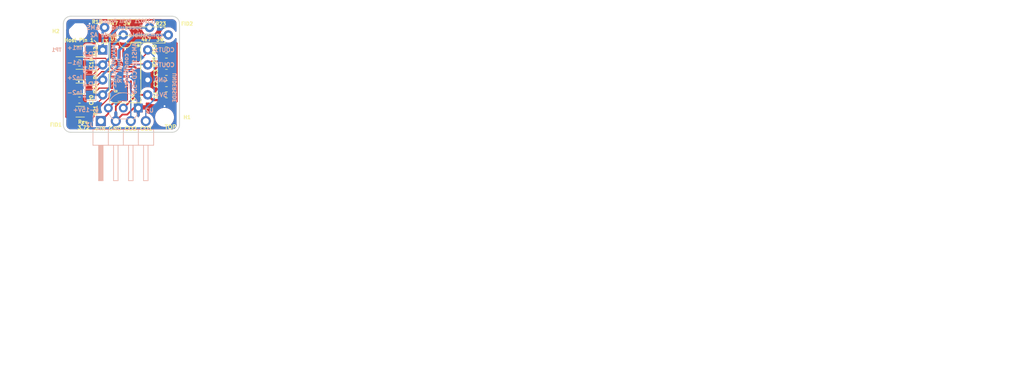
<source format=kicad_pcb>
(kicad_pcb (version 20211014) (generator pcbnew)
  (title_block (title "Dual Variable Reluctance MAX9926 mode A2") (date "2022-08-07") (rev "3.72") (company "(c)2021 Phill Rogers @ TechColab.co.je") (comment 1 "Optional onboard regulator or 5V direct") (comment 2 "Optional power resistors") (comment 3 "Optional edge header for breadboard etc.") (comment 4 "M2 mounting holes") (comment 5 "Input solder pads. Improved ground plane & silks"))
  (layers (0 "F.Cu" signal) (31 "B.Cu" signal) (34 "B.Paste" user) (35 "F.Paste" user) (36 "B.SilkS" user "B.Silkscreen") (37 "F.SilkS" user "F.Silkscreen") (38 "B.Mask" user) (39 "F.Mask" user) (44 "Edge.Cuts" user))
  (net 0 "")
  (net 1 "GND")
  (net 2 "VCC")
  (net 3 "Net-(C10-Pad2)")
  (net 4 "Net-(C10-Pad1)")
  (net 5 "Net-(C20-Pad2)")
  (net 6 "Net-(C20-Pad1)")
  (net 7 "Net-(J3-Pad1)")
  (net 8 "Net-(J3-Pad2)")
  (net 9 "Net-(J3-Pad3)")
  (net 10 "Net-(J3-Pad4)")
  (net 14 "/COUT1")
  (net 15 "/COUT2")
  (net 16 "+12V")
  (footprint "Capacitor_SMD:C_0603_1608Metric" (layer "F.Cu") (at 129.8575 109.855 180)
    (fp_text reference "C1" (at 1.7907 0 90) (layer "F.SilkS") (effects (font (size 0.6 0.6))))
    (fp_text value "10n")
    (fp_line (start -0.162779 0.51) (end 0.162779 0.51) (layer "F.SilkS") (width 0.12))
    (fp_line (start -0.162779 -0.51) (end 0.162779 -0.51) (layer "F.SilkS") (width 0.12))
    (pad "1" smd roundrect locked (at -0.7875 0 180) (size 0.875 0.95) (layers "F.Cu" "F.Paste" "F.Mask") (net 2 "VCC"))
    (pad "2" smd roundrect locked (at 0.7875 0 180) (size 0.875 0.95) (layers "F.Cu" "F.Paste" "F.Mask") (net 1 "GND"))
  )
  (footprint "Capacitor_SMD:C_0603_1608Metric" (layer "F.Cu") (at 129.8575 107.95 180)
    (fp_text reference "C2" (at 1.7907 -0.0508 90) (layer "F.SilkS") (effects (font (size 0.6 0.6))))
    (fp_text value "100n")
    (fp_line (start -0.162779 -0.51) (end 0.162779 -0.51) (layer "F.SilkS") (width 0.12))
    (fp_line (start -0.162779 0.51) (end 0.162779 0.51) (layer "F.SilkS") (width 0.12))
    (pad "1" smd roundrect locked (at -0.7875 0 180) (size 0.875 0.95) (layers "F.Cu" "F.Paste" "F.Mask") (net 2 "VCC"))
    (pad "2" smd roundrect locked (at 0.7875 0 180) (size 0.875 0.95) (layers "F.Cu" "F.Paste" "F.Mask") (net 1 "GND"))
  )
  (footprint "Capacitor_SMD:C_0603_1608Metric" (layer "F.Cu") (at 129.8575 106.045 180)
    (fp_text reference "C3" (at 1.7907 -0.0762 90) (layer "F.SilkS") (effects (font (size 0.6 0.6))))
    (fp_text value "1u")
    (fp_line (start -0.162779 0.51) (end 0.162779 0.51) (layer "F.SilkS") (width 0.12))
    (fp_line (start -0.162779 -0.51) (end 0.162779 -0.51) (layer "F.SilkS") (width 0.12))
    (pad "1" smd roundrect locked (at -0.7875 0 180) (size 0.875 0.95) (layers "F.Cu" "F.Paste" "F.Mask") (net 2 "VCC"))
    (pad "2" smd roundrect locked (at 0.7875 0 180) (size 0.875 0.95) (layers "F.Cu" "F.Paste" "F.Mask") (net 1 "GND"))
  )
  (footprint "Capacitor_SMD:C_0805_2012Metric" (layer "F.Cu") (at 121.92 110.236)
    (fp_text reference "C4" (at 2.286 0.0508 90) (layer "F.SilkS") (effects (font (size 0.6 0.6))))
    (fp_text value "10u")
    (fp_line (start -0.258578 0.71) (end 0.258578 0.71) (layer "F.SilkS") (width 0.12))
    (fp_line (start -0.258578 -0.71) (end 0.258578 -0.71) (layer "F.SilkS") (width 0.12))
    (pad "1" smd roundrect locked (at -0.9375 0) (size 0.975 1.4) (layers "F.Cu" "F.Paste" "F.Mask") (net 16 "+12V"))
    (pad "2" smd roundrect locked (at 0.9375 0) (size 0.975 1.4) (layers "F.Cu" "F.Paste" "F.Mask") (net 1 "GND"))
  )
  (footprint "Capacitor_SMD:C_0603_1608Metric" (layer "F.Cu") (at 115.1255 104.4575)
    (fp_text reference "C10" (at 2.0193 0 90) (layer "F.SilkS") (effects (font (size 0.6 0.6))))
    (fp_text value "1n")
    (fp_line (start -0.162779 0.51) (end 0.162779 0.51) (layer "F.SilkS") (width 0.12))
    (fp_line (start -0.162779 -0.51) (end 0.162779 -0.51) (layer "F.SilkS") (width 0.12))
    (pad "1" smd roundrect locked (at -0.7875 0) (size 0.875 0.95) (layers "F.Cu" "F.Paste" "F.Mask") (net 4 "Net-(C10-Pad1)"))
    (pad "2" smd roundrect locked (at 0.7875 0) (size 0.875 0.95) (layers "F.Cu" "F.Paste" "F.Mask") (net 3 "Net-(C10-Pad2)"))
  )
  (footprint "Capacitor_SMD:C_0603_1608Metric" (layer "F.Cu") (at 115.1255 110.744 180)
    (fp_text reference "C20" (at -2.0193 0 90) (layer "F.SilkS") (effects (font (size 0.6 0.6))))
    (fp_text value "1n")
    (fp_line (start -0.162779 0.51) (end 0.162779 0.51) (layer "F.SilkS") (width 0.12))
    (fp_line (start -0.162779 -0.51) (end 0.162779 -0.51) (layer "F.SilkS") (width 0.12))
    (pad "1" smd roundrect locked (at -0.7875 0 180) (size 0.875 0.95) (layers "F.Cu" "F.Paste" "F.Mask") (net 6 "Net-(C20-Pad1)"))
    (pad "2" smd roundrect locked (at 0.7875 0 180) (size 0.875 0.95) (layers "F.Cu" "F.Paste" "F.Mask") (net 5 "Net-(C20-Pad2)"))
  )
  (footprint "Resistor_SMD:R_1206_3216Metric" (layer "F.Cu") (at 115.2525 108.7755)
    (fp_text reference "R22" (at 2.6035 -0.0127 90) (layer "F.SilkS") (effects (font (size 0.6 0.6))))
    (fp_text value "10k")
    (fp_line (start -0.727064 -0.91) (end 0.727064 -0.91) (layer "F.SilkS") (width 0.12))
    (fp_line (start -0.727064 0.91) (end 0.727064 0.91) (layer "F.SilkS") (width 0.12))
    (pad "1" smd roundrect locked (at -1.4625 0) (size 1.125 1.75) (layers "F.Cu" "F.Paste" "F.Mask") (roundrect_rratio 0.2222222222) (net 5 "Net-(C20-Pad2)"))
    (pad "2" smd roundrect locked (at 1.4625 0) (size 1.125 1.75) (layers "F.Cu" "F.Paste" "F.Mask") (roundrect_rratio 0.2222222222) (net 9 "Net-(J3-Pad3)"))
  )
  (footprint "Resistor_SMD:R_1206_3216Metric" (layer "F.Cu") (at 115.2525 112.7125)
    (fp_text reference "R21" (at 2.6035 -0.1905 90) (layer "F.SilkS") (effects (font (size 0.6 0.6))))
    (fp_text value "10k")
    (fp_line (start -0.727064 0.91) (end 0.727064 0.91) (layer "F.SilkS") (width 0.12))
    (fp_line (start -0.727064 -0.91) (end 0.727064 -0.91) (layer "F.SilkS") (width 0.12))
    (pad "1" smd roundrect locked (at -1.4625 0) (size 1.125 1.75) (layers "F.Cu" "F.Paste" "F.Mask") (roundrect_rratio 0.2222222222) (net 6 "Net-(C20-Pad1)"))
    (pad "2" smd roundrect locked (at 1.4625 0) (size 1.125 1.75) (layers "F.Cu" "F.Paste" "F.Mask") (roundrect_rratio 0.2222222222) (net 10 "Net-(J3-Pad4)"))
  )
  (footprint "Resistor_SMD:R_1206_3216Metric" (layer "F.Cu") (at 115.2525 106.426)
    (fp_text reference "R11" (at 2.6035 -0.0508 90) (layer "F.SilkS") (effects (font (size 0.6 0.6))))
    (fp_text value "10k")
    (fp_line (start -0.727064 -0.91) (end 0.727064 -0.91) (layer "F.SilkS") (width 0.12))
    (fp_line (start -0.727064 0.91) (end 0.727064 0.91) (layer "F.SilkS") (width 0.12))
    (pad "1" smd roundrect locked (at -1.4625 0) (size 1.125 1.75) (layers "F.Cu" "F.Paste" "F.Mask") (roundrect_rratio 0.2222222222) (net 3 "Net-(C10-Pad2)"))
    (pad "2" smd roundrect locked (at 1.4625 0) (size 1.125 1.75) (layers "F.Cu" "F.Paste" "F.Mask") (roundrect_rratio 0.2222222222) (net 8 "Net-(J3-Pad2)"))
  )
  (footprint "Fiducial:Fiducial_0.5mm_Mask1mm" (layer "F.Cu") (at 113.665 114.935)
    (fp_text reference "FID1" (at -2.54 0) (layer "F.SilkS") (effects (font (size 0.6 0.6))))
    (fp_text value "Fiducial")
    (pad "" smd circle locked (at 0 0) (size 0.5 0.5) (layers "F.Cu" "F.Mask") (clearance 0.25))
  )
  (footprint "Fiducial:Fiducial_0.5mm_Mask1mm" (layer "F.Cu") (at 130.81 97.79)
    (fp_text reference "FID2" (at 2.54 0) (layer "F.SilkS") (effects (font (size 0.6 0.6))))
    (fp_text value "Fiducial")
    (pad "" smd circle locked (at 0 0) (size 0.5 0.5) (layers "F.Cu" "F.Mask") (clearance 0.25))
  )
  (footprint "Package_DIP:DIP-8_W7.62mm" (layer "F.Cu") (at 119.0625 102.235)
    (fp_text reference "J3" (at 0.3175 -1.397) (layer "F.SilkS") (effects (font (size 0.7 0.7))))
    (fp_text value "8-pin header")
    (fp_line (start 1.16 -1.33) (end 1.16 8.95) (layer "F.SilkS") (width 0.12))
    (fp_line (start 6.46 -1.33) (end 4.81 -1.33) (layer "F.SilkS") (width 0.12))
    (fp_line (start 6.46 8.95) (end 6.46 -1.33) (layer "F.SilkS") (width 0.12))
    (fp_line (start 2.81 -1.33) (end 1.16 -1.33) (layer "F.SilkS") (width 0.12))
    (fp_line (start 1.16 8.95) (end 6.46 8.95) (layer "F.SilkS") (width 0.12))
    (fp_arc (start 4.81 -1.33) (mid 3.81 -0.33) (end 2.81 -1.33) (layer "F.SilkS") (width 0.12))
    (pad "1" thru_hole rect locked (at 0 0) (size 1.6 1.6) (drill 0.8) (layers *.Cu *.Mask) (net 7 "Net-(J3-Pad1)"))
    (pad "2" thru_hole oval locked (at 0 2.54) (size 1.6 1.6) (drill 0.8) (layers *.Cu *.Mask) (net 8 "Net-(J3-Pad2)"))
    (pad "3" thru_hole oval locked (at 0 5.08) (size 1.6 1.6) (drill 0.8) (layers *.Cu *.Mask) (net 9 "Net-(J3-Pad3)"))
    (pad "4" thru_hole oval locked (at 0 7.62) (size 1.6 1.6) (drill 0.8) (layers *.Cu *.Mask) (net 10 "Net-(J3-Pad4)"))
    (pad "5" thru_hole oval locked (at 7.62 7.62) (size 1.6 1.6) (drill 0.8) (layers *.Cu *.Mask) (net 2 "VCC"))
    (pad "6" thru_hole oval locked (at 7.62 5.08) (size 1.6 1.6) (drill 0.8) (layers *.Cu *.Mask) (net 1 "GND"))
    (pad "7" thru_hole oval locked (at 7.62 2.54) (size 1.6 1.6) (drill 0.8) (layers *.Cu *.Mask) (net 15 "/COUT2"))
    (pad "8" thru_hole oval locked (at 7.62 0) (size 1.6 1.6) (drill 0.8) (layers *.Cu *.Mask) (net 14 "/COUT1"))
  )
  (footprint "Resistor_SMD:R_0603_1608Metric_Pad1.05x0.95mm_HandSolder" (layer "F.Cu") (at 129.8575 102.235 180)
    (fp_text reference "R10" (at 1.9939 0.0762 90) (layer "F.SilkS") (effects (font (size 0.6 0.6))))
    (fp_text value "1k")
    (fp_line (start -0.171267 -0.51) (end 0.171267 -0.51) (layer "F.SilkS") (width 0.12))
    (fp_line (start -0.171267 0.51) (end 0.171267 0.51) (layer "F.SilkS") (width 0.12))
    (pad "1" smd roundrect locked (at -0.875 0 180) (size 1.05 0.95) (layers "F.Cu" "F.Paste" "F.Mask") (net 2 "VCC"))
    (pad "2" smd roundrect locked (at 0.875 0 180) (size 1.05 0.95) (layers "F.Cu" "F.Paste" "F.Mask") (net 14 "/COUT1"))
  )
  (footprint "Resistor_SMD:R_0603_1608Metric_Pad1.05x0.95mm_HandSolder" (layer "F.Cu") (at 129.8575 104.14 180)
    (fp_text reference "R20" (at 1.9939 -0.1524 90) (layer "F.SilkS") (effects (font (size 0.6 0.6))))
    (fp_text value "1k")
    (fp_line (start -0.171267 -0.51) (end 0.171267 -0.51) (layer "F.SilkS") (width 0.12))
    (fp_line (start -0.171267 0.51) (end 0.171267 0.51) (layer "F.SilkS") (width 0.12))
    (pad "1" smd roundrect locked (at -0.875 0 180) (size 1.05 0.95) (layers "F.Cu" "F.Paste" "F.Mask") (net 2 "VCC"))
    (pad "2" smd roundrect locked (at 0.875 0 180) (size 1.05 0.95) (layers "F.Cu" "F.Paste" "F.Mask") (net 15 "/COUT2"))
  )
  (footprint "MAX9926UAEE+:MAX9926UAEE&plus_" (layer "F.Cu") (at 122.8725 105.41 -90)
    (fp_text reference "U1" (at -5.08 1.905 180) (layer "F.SilkS") (effects (font (size 0.6 0.6))))
    (fp_text value "MAX9926UAEE+" (at 0 1.905 90) (layer "B.SilkS") (effects (font (size 0.7 0.7)) (justify mirror)))
    (fp_text user "*" (at -3.9116 -2.5527 90) (layer "F.SilkS"))
    (fp_text user "*" (at -3.9116 -2.5527 90) (layer "F.SilkS"))
    (fp_line (start -1.741055 2.6162) (end 1.741055 2.6162) (layer "F.SilkS") (width 0.1524))
    (fp_line (start 1.741055 -2.6162) (end -1.741055 -2.6162) (layer "F.SilkS") (width 0.1524))
    (fp_line (start 3.702799 1.778) (end 3.702799 1.397) (layer "F.SilkS") (width 0.1524))
    (fp_line (start 3.956799 1.397) (end 3.956799 1.778) (layer "F.SilkS") (width 0.1524))
    (fp_line (start 3.956799 1.778) (end 3.702799 1.778) (layer "F.SilkS") (width 0.1524))
    (fp_line (start 3.702799 1.397) (end 3.956799 1.397) (layer "F.SilkS") (width 0.1524))
    (pad "1" smd rect locked (at -2.721348 -2.2225 270) (size 1.454899 0.3548) (layers "F.Cu" "F.Paste" "F.Mask") (net 1 "GND"))
    (pad "2" smd rect locked (at -2.721348 -1.5875 270) (size 1.454899 0.3548) (layers "F.Cu" "F.Paste" "F.Mask"))
    (pad "3" smd rect locked (at -2.721348 -0.9525 270) (size 1.454899 0.3548) (layers "F.Cu" "F.Paste" "F.Mask") (net 1 "GND"))
    (pad "4" smd rect locked (at -2.721348 -0.3175 270) (size 1.454899 0.3548) (layers "F.Cu" "F.Paste" "F.Mask") (net 14 "/COUT1"))
    (pad "5" smd rect locked (at -2.721348 0.3175 270) (size 1.454899 0.3548) (layers "F.Cu" "F.Paste" "F.Mask") (net 15 "/COUT2"))
    (pad "6" smd rect locked (at -2.721348 0.9525 270) (size 1.454899 0.3548) (layers "F.Cu" "F.Paste" "F.Mask") (net 1 "GND"))
    (pad "7" smd rect locked (at -2.721348 1.5875 270) (size 1.454899 0.3548) (layers "F.Cu" "F.Paste" "F.Mask"))
    (pad "8" smd rect locked (at -2.721348 2.2225 270) (size 1.454899 0.3548) (layers "F.Cu" "F.Paste" "F.Mask") (net 1 "GND"))
    (pad "9" smd rect locked (at 2.721348 2.2225 270) (size 1.454899 0.3548) (layers "F.Cu" "F.Paste" "F.Mask") (net 5 "Net-(C20-Pad2)"))
    (pad "10" smd rect locked (at 2.721348 1.5875 270) (size 1.454899 0.3548) (layers "F.Cu" "F.Paste" "F.Mask") (net 6 "Net-(C20-Pad1)"))
    (pad "11" smd rect locked (at 2.721348 0.9525 270) (size 1.454899 0.3548) (layers "F.Cu" "F.Paste" "F.Mask") (net 1 "GND"))
    (pad "12" smd rect locked (at 2.721348 0.3175 270) (size 1.454899 0.3548) (layers "F.Cu" "F.Paste" "F.Mask"))
    (pad "13" smd rect locked (at 2.721348 -0.3175 270) (size 1.454899 0.3548) (layers "F.Cu" "F.Paste" "F.Mask") (net 1 "GND"))
    (pad "14" smd rect locked (at 2.721348 -0.9525 270) (size 1.454899 0.3548) (layers "F.Cu" "F.Paste" "F.Mask") (net 2 "VCC"))
    (pad "15" smd rect locked (at 2.721348 -1.5875 270) (size 1.454899 0.3548) (layers "F.Cu" "F.Paste" "F.Mask") (net 3 "Net-(C10-Pad2)"))
    (pad "16" smd rect locked (at 2.721348 -2.2225 270) (size 1.454899 0.3548) (layers "F.Cu" "F.Paste" "F.Mask") (net 4 "Net-(C10-Pad1)"))
  )
  (footprint "Resistor_THT:R_Axial_DIN0207_L6.3mm_D2.5mm_P7.62mm_Horizontal" (layer "F.Cu") (at 119.38 98.425)
    (fp_text reference "R13" (at -1.27 -0.950469) (layer "F.SilkS") (effects (font (size 0.6 0.6))))
    (fp_text value "4.7k")
    (fp_line (start 0.54 -1.04) (end 0.54 -1.37) (layer "F.SilkS") (width 0.12))
    (fp_line (start 7.08 -1.37) (end 7.08 -1.04) (layer "F.SilkS") (width 0.12))
    (fp_line (start 0.54 1.37) (end 7.08 1.37) (layer "F.SilkS") (width 0.12))
    (fp_line (start 0.54 1.04) (end 0.54 1.37) (layer "F.SilkS") (width 0.12))
    (fp_line (start 0.54 -1.37) (end 7.08 -1.37) (layer "F.SilkS") (width 0.12))
    (fp_line (start 7.08 1.37) (end 7.08 1.04) (layer "F.SilkS") (width 0.12))
    (pad "1" thru_hole circle locked (at 0 0) (size 1.6 1.6) (drill 0.8) (layers *.Cu *.Mask) (net 7 "Net-(J3-Pad1)"))
    (pad "2" thru_hole oval locked (at 7.62 0) (size 1.6 1.6) (drill 0.8) (layers *.Cu *.Mask) (net 8 "Net-(J3-Pad2)"))
  )
  (footprint "Resistor_THT:R_Axial_DIN0207_L6.3mm_D2.5mm_P7.62mm_Horizontal" (layer "F.Cu") (at 122.555 99.695)
    (fp_text reference "R23" (at 6.35 -1.905) (layer "F.SilkS") (effects (font (size 0.6 0.6))))
    (fp_text value "4.7k")
    (fp_line (start 0.54 -1.37) (end 7.08 -1.37) (layer "F.SilkS") (width 0.12))
    (fp_line (start 0.54 -1.04) (end 0.54 -1.37) (layer "F.SilkS") (width 0.12))
    (fp_line (start 0.54 1.04) (end 0.54 1.37) (layer "F.SilkS") (width 0.12))
    (fp_line (start 7.08 1.37) (end 7.08 1.04) (layer "F.SilkS") (width 0.12))
    (fp_line (start 0.54 1.37) (end 7.08 1.37) (layer "F.SilkS") (width 0.12))
    (fp_line (start 7.08 -1.37) (end 7.08 -1.04) (layer "F.SilkS") (width 0.12))
    (pad "1" thru_hole circle locked (at 0 0) (size 1.6 1.6) (drill 0.8) (layers *.Cu *.Mask) (net 9 "Net-(J3-Pad3)"))
    (pad "2" thru_hole oval locked (at 7.62 0) (size 1.6 1.6) (drill 0.8) (layers *.Cu *.Mask) (net 10 "Net-(J3-Pad4)"))
  )
  (footprint "MountingHole:MountingHole_2.2mm_M2" (layer "F.Cu") (at 129.54 113.665)
    (fp_text reference "H1" (at 3.81 0) (layer "F.SilkS") (effects (font (size 0.6 0.6))))
    (fp_text value "MountingHole")
    (pad "" np_thru_hole circle locked (at 0 0) (size 2.2 2.2) (drill 2.2) (layers *.Cu *.Mask))
  )
  (footprint "MountingHole:MountingHole_2.2mm_M2" (layer "F.Cu") (at 114.935 99.06)
    (fp_text reference "H2" (at -3.81 0) (layer "F.SilkS") (effects (font (size 0.6 0.6))))
    (fp_text value "MountingHole")
    (pad "" np_thru_hole circle locked (at 0 0) (size 2.2 2.2) (drill 2.2) (layers *.Cu *.Mask))
  )
  (footprint "Resistor_SMD:R_1206_3216Metric" (layer "F.Cu") (at 115.2525 102.489)
    (fp_text reference "R12" (at 2.6035 0.0254 90) (layer "F.SilkS") (effects (font (size 0.6 0.6))))
    (fp_text value "10k")
    (fp_line (start -0.727064 0.91) (end 0.727064 0.91) (layer "F.SilkS") (width 0.12))
    (fp_line (start -0.727064 -0.91) (end 0.727064 -0.91) (layer "F.SilkS") (width 0.12))
    (pad "1" smd roundrect locked (at -1.4625 0) (size 1.125 1.75) (layers "F.Cu" "F.Paste" "F.Mask") (roundrect_rratio 0.2222222222) (net 4 "Net-(C10-Pad1)"))
    (pad "2" smd roundrect locked (at 1.4625 0) (size 1.125 1.75) (layers "F.Cu" "F.Paste" "F.Mask") (roundrect_rratio 0.2222222222) (net 7 "Net-(J3-Pad1)"))
  )
  (footprint "Connector_PinHeader_2.54mm:PinHeader_1x04_P2.54mm_Horizontal" (layer "B.Cu") (at 118.745 114.3 -90)
    (fp_text reference "J2" (at 0.635 1.905) (layer "B.SilkS") (effects (font (size 0.7 0.7)) (justify mirror)))
    (fp_text value "Edge")
    (fp_line (start 1.11 -0.38) (end 1.44 -0.38) (layer "B.SilkS") (width 0.12))
    (fp_line (start 10.1 -7.24) (end 10.1 -8) (layer "B.SilkS") (width 0.12))
    (fp_line (start -1.27 0) (end -1.27 1.27) (layer "B.SilkS") (width 0.12))
    (fp_line (start 1.042929 -7.24) (end 1.44 -7.24) (layer "B.SilkS") (width 0.12))
    (fp_line (start 1.44 -6.35) (end 4.1 -6.35) (layer "B.SilkS") (width 0.12))
    (fp_line (start 10.1 -0.38) (end 4.1 -0.38) (layer "B.SilkS") (width 0.12))
    (fp_line (start 10.1 -4.7) (end 10.1 -5.46) (layer "B.SilkS") (width 0.12))
    (fp_line (start 10.1 -2.92) (end 4.1 -2.92) (layer "B.SilkS") (width 0.12))
    (fp_line (start 1.44 -3.81) (end 4.1 -3.81) (layer "B.SilkS") (width 0.12))
    (fp_line (start -1.27 1.27) (end 0 1.27) (layer "B.SilkS") (width 0.12))
    (fp_line (start 1.44 -1.27) (end 4.1 -1.27) (layer "B.SilkS") (width 0.12))
    (fp_line (start 10.1 0.38) (end 10.1 -0.38) (layer "B.SilkS") (width 0.12))
    (fp_line (start 4.1 -8.95) (end 4.1 1.33) (layer "B.SilkS") (width 0.12))
    (fp_line (start 1.042929 -4.7) (end 1.44 -4.7) (layer "B.SilkS") (width 0.12))
    (fp_line (start 4.1 0.08) (end 10.1 0.08) (layer "B.SilkS") (width 0.12))
    (fp_line (start 1.11 0.38) (end 1.44 0.38) (layer "B.SilkS") (width 0.12))
    (fp_line (start 4.1 -0.28) (end 10.1 -0.28) (layer "B.SilkS") (width 0.12))
    (fp_line (start 1.042929 -5.46) (end 1.44 -5.46) (layer "B.SilkS") (width 0.12))
    (fp_line (start 1.042929 -2.16) (end 1.44 -2.16) (layer "B.SilkS") (width 0.12))
    (fp_line (start 1.042929 -8) (end 1.44 -8) (layer "B.SilkS") (width 0.12))
    (fp_line (start 4.1 0.38) (end 10.1 0.38) (layer "B.SilkS") (width 0.12))
    (fp_line (start 4.1 0.32) (end 10.1 0.32) (layer "B.SilkS") (width 0.12))
    (fp_line (start 10.1 -2.16) (end 10.1 -2.92) (layer "B.SilkS") (width 0.12))
    (fp_line (start 1.44 1.33) (end 1.44 -8.95) (layer "B.SilkS") (width 0.12))
    (fp_line (start 4.1 -7.24) (end 10.1 -7.24) (layer "B.SilkS") (width 0.12))
    (fp_line (start 10.1 -8) (end 4.1 -8) (layer "B.SilkS") (width 0.12))
    (fp_line (start 4.1 1.33) (end 1.44 1.33) (layer "B.SilkS") (width 0.12))
    (fp_line (start 4.1 -0.16) (end 10.1 -0.16) (layer "B.SilkS") (width 0.12))
    (fp_line (start 1.042929 -2.92) (end 1.44 -2.92) (layer "B.SilkS") (width 0.12))
    (fp_line (start 4.1 -0.04) (end 10.1 -0.04) (layer "B.SilkS") (width 0.12))
    (fp_line (start 1.44 -8.95) (end 4.1 -8.95) (layer "B.SilkS") (width 0.12))
    (fp_line (start 10.1 -5.46) (end 4.1 -5.46) (layer "B.SilkS") (width 0.12))
    (fp_line (start 4.1 -4.7) (end 10.1 -4.7) (layer "B.SilkS") (width 0.12))
    (fp_line (start 4.1 0.2) (end 10.1 0.2) (layer "B.SilkS") (width 0.12))
    (fp_line (start 4.1 -2.16) (end 10.1 -2.16) (layer "B.SilkS") (width 0.12))
    (pad "1" thru_hole rect locked (at 0 0 270) (size 1.7 1.7) (drill 1) (layers *.Cu *.Mask) (net 16 "+12V"))
    (pad "2" thru_hole oval locked (at 0 -2.54 270) (size 1.7 1.7) (drill 1) (layers *.Cu *.Mask) (net 1 "GND"))
    (pad "3" thru_hole oval locked (at 0 -5.08 270) (size 1.7 1.7) (drill 1) (layers *.Cu *.Mask) (net 15 "/COUT2"))
    (pad "4" thru_hole oval locked (at 0 -7.62 270) (size 1.7 1.7) (drill 1) (layers *.Cu *.Mask) (net 14 "/COUT1"))
  )
  (footprint "Package_TO_SOT_THT:TO-92_Inline_Wide" (layer "B.Cu") (at 125.095 112.095 180)
    (fp_text reference "U2" (at -1.886822 -0.389805) (layer "B.SilkS") (effects (font (size 0.7 0.7)) (justify mirror)))
    (fp_text value "AMS1117CD-5.0")
    (fp_line (start 0.74 -1.85) (end 4.34 -1.85) (layer "B.SilkS") (width 0.12))
    (fp_arc (start 4.8964 1.098807) (mid 3.936979 2.192817) (end 2.54 2.6) (layer "B.SilkS") (width 0.12))
    (fp_arc (start 4.34 -1.85) (mid 4.633903 -1.509328) (end 4.864184 -1.122795) (layer "B.SilkS") (width 0.12))
    (fp_arc (start 2.54 2.6) (mid 1.143021 2.192818) (end 0.1836 1.098807) (layer "B.SilkS") (width 0.12))
    (fp_arc (start 0.215816 -1.122795) (mid 0.446097 -1.509328) (end 0.74 -1.85) (layer "B.SilkS") (width 0.12))
    (pad "1" thru_hole rect locked (at 0 0 90) (size 1.5 1.5) (drill 0.8) (layers *.Cu *.Mask) (net 1 "GND"))
    (pad "2" thru_hole circle locked (at 2.54 0 90) (size 1.5 1.5) (drill 0.8) (layers *.Cu *.Mask) (net 2 "VCC"))
    (pad "3" thru_hole circle locked (at 5.08 0 90) (size 1.5 1.5) (drill 0.8) (layers *.Cu *.Mask) (net 16 "+12V"))
  )
  (footprint "TestPoint:TestPoint_Pad_1.5x1.5mm" (layer "B.Cu") (at 116.967 109.855 180)
    (fp_text reference "TP4" (at 0 1.648) (layer "B.SilkS") (effects (justify mirror)))
    (fp_text value "TP")
    (fp_line (start -0.95 0.95) (end 0.95 0.95) (layer "B.SilkS") (width 0.12))
    (fp_line (start 0.95 -0.95) (end -0.95 -0.95) (layer "B.SilkS") (width 0.12))
    (fp_line (start -0.95 -0.95) (end -0.95 0.95) (layer "B.SilkS") (width 0.12))
    (fp_line (start 0.95 0.95) (end 0.95 -0.95) (layer "B.SilkS") (width 0.12))
    (pad "4" smd rect locked (at 0 0 180) (size 1.5 1.5) (layers "B.Cu" "B.Mask") (net 10 "Net-(J3-Pad4)"))
  )
  (footprint "TestPoint:TestPoint_Pad_1.5x1.5mm" (layer "B.Cu") (at 116.967 107.315 180)
    (fp_text reference "TP3" (at 0 1.648) (layer "B.SilkS") (effects (justify mirror)))
    (fp_text value "TP")
    (fp_line (start -0.95 -0.95) (end -0.95 0.95) (layer "B.SilkS") (width 0.12))
    (fp_line (start -0.95 0.95) (end 0.95 0.95) (layer "B.SilkS") (width 0.12))
    (fp_line (start 0.95 0.95) (end 0.95 -0.95) (layer "B.SilkS") (width 0.12))
    (fp_line (start 0.95 -0.95) (end -0.95 -0.95) (layer "B.SilkS") (width 0.12))
    (pad "3" smd rect locked (at 0 0 180) (size 1.5 1.5) (layers "B.Cu" "B.Mask") (net 9 "Net-(J3-Pad3)"))
  )
  (footprint "TestPoint:TestPoint_Pad_1.5x1.5mm" (layer "B.Cu") (at 116.967 104.775 180)
    (fp_text reference "TP2" (at 0 1.648) (layer "B.SilkS") (effects (justify mirror)))
    (fp_text value "TP")
    (fp_line (start 0.95 -0.95) (end -0.95 -0.95) (layer "B.SilkS") (width 0.12))
    (fp_line (start 0.95 0.95) (end 0.95 -0.95) (layer "B.SilkS") (width 0.12))
    (fp_line (start -0.95 -0.95) (end -0.95 0.95) (layer "B.SilkS") (width 0.12))
    (fp_line (start -0.95 0.95) (end 0.95 0.95) (layer "B.SilkS") (width 0.12))
    (pad "2" smd rect locked (at 0 0 180) (size 1.5 1.5) (layers "B.Cu" "B.Mask") (net 8 "Net-(J3-Pad2)"))
  )
  (footprint "TestPoint:TestPoint_Pad_1.5x1.5mm" (layer "B.Cu") (at 116.967 102.235 180)
    (fp_text reference "TP1" (at 5.715 0) (layer "B.SilkS") (effects (font (size 0.6 0.6)) (justify mirror)))
    (fp_text value "TP")
    (fp_line (start -0.95 -0.95) (end -0.95 0.95) (layer "B.SilkS") (width 0.12))
    (fp_line (start 0.95 -0.95) (end -0.95 -0.95) (layer "B.SilkS") (width 0.12))
    (fp_line (start 0.95 0.95) (end 0.95 -0.95) (layer "B.SilkS") (width 0.12))
    (fp_line (start -0.95 0.95) (end 0.95 0.95) (layer "B.SilkS") (width 0.12))
    (pad "1" smd rect locked (at 0 0 180) (size 1.5 1.5) (layers "B.Cu" "B.Mask") (net 7 "Net-(J3-Pad1)"))
  )
  (gr_line (start 118.364 101.346) (end 117.602 100.584) (layer "F.SilkS") (width 0.15))
  (gr_line (start 113.665 96.52) (end 130.81 96.52) (layer "Edge.Cuts") (width 0.15))
  (gr_line (start 132.08 97.79) (end 132.08 114.935) (layer "Edge.Cuts") (width 0.15))
  (gr_line (start 130.81 116.205) (end 113.665 116.205) (layer "Edge.Cuts") (width 0.15))
  (gr_line (start 112.395 114.935) (end 112.395 97.79) (layer "Edge.Cuts") (width 0.15))
  (gr_arc (start 130.81 96.52) (mid 131.708026 96.891974) (end 132.08 97.79) (layer "Edge.Cuts") (width 0.15))
  (gr_arc (start 132.08 114.935) (mid 131.708026 115.833026) (end 130.81 116.205) (layer "Edge.Cuts") (width 0.15))
  (gr_arc (start 113.665 116.205) (mid 112.766974 115.833026) (end 112.395 114.935) (layer "Edge.Cuts") (width 0.15))
  (gr_arc (start 112.395 97.79) (mid 112.766974 96.891974) (end 113.665 96.52) (layer "Edge.Cuts") (width 0.15))
  (gr_text "COUT1" (at 129.54 102.235) (layer "B.SilkS") (effects (font (size 0.7 0.7)) (justify mirror)))
  (gr_text "COUT2" (at 129.54 104.775) (layer "B.SilkS") (effects (font (size 0.7 0.7)) (justify mirror)))
  (gr_text "GND" (at 128.905 107.315) (layer "B.SilkS") (effects (font (size 0.7 0.7)) (justify mirror)))
  (gr_text "5V+" (at 128.905 109.855) (layer "B.SilkS") (effects (font (size 0.7 0.7)) (justify mirror)))
  (gr_text "In1+" (at 114.3 101.854) (layer "B.SilkS") (effects (font (size 0.7 0.7)) (justify mirror)))
  (gr_text "In1-" (at 114.3 104.394) (layer "B.SilkS") (effects (font (size 0.7 0.7)) (justify mirror)))
  (gr_text "In2+" (at 114.3 106.934) (layer "B.SilkS") (effects (font (size 0.7 0.7)) (justify mirror)))
  (gr_text "In2-" (at 114.3 109.474) (layer "B.SilkS") (effects (font (size 0.7 0.7)) (justify mirror)))
  (gr_text "6-15V+" (at 116.205 112.395) (layer "B.SilkS") (effects (font (size 0.7 0.7)) (justify mirror)))
  (gr_text "Dual VR\nconditioner" (at 122.484606 105.754681 90) (layer "B.SilkS") (effects (font (size 0.7 0.7)) (justify mirror)))
  (gr_text "AMS1117CD-5.0" (at 124.46 105.41 90) (layer "B.SilkS") (effects (font (size 0.7 0.7)) (justify mirror)))
  (gr_text "(c)2021 Phill Rogers" (at 123.19 97.355) (layer "B.SilkS") (effects (font (size 0.6 0.6)) (justify mirror)))
  (gr_text "UNDERSIDE" (at 131.253348 108.635586 90) (layer "B.SilkS") (effects (font (size 0.6 0.6)) (justify mirror)))
  (gr_text "compatible" (at 126.365 99.695) (layer "B.SilkS") (effects (font (size 0.7 0.7)) (justify mirror)))
  (gr_text "mode A2" (at 119.237897 99.695) (layer "B.SilkS") (effects (font (size 0.7 0.7)) (justify mirror)))
  (gr_text "Speeduino" (at 123.19 98.425) (layer "B.SilkS") (effects (font (size 0.7 0.7)) (justify mirror)))
  (gr_text "&MS" (at 117.5004 98.4504) (layer "B.SilkS") (effects (font (size 0.7 0.7)) (justify mirror)))
  (gr_text "4k7  3W" (at 121.92 97.715) (layer "F.SilkS") (effects (font (size 0.6 0.6))))
  (gr_text "4k7  3W" (at 127.508 100.495) (layer "F.SilkS") (effects (font (size 0.6 0.6))))
  (gr_text "Rev.\n3.72" (at 115.824 114.935) (layer "F.SilkS") (effects (font (size 0.6 0.6))))
  (gr_text "TOP" (at 130.556 115.316) (layer "F.SilkS") (effects (font (size 0.7 0.7))))
  (gr_text "+IN GND CO2 CO1" (at 122.555 115.595) (layer "F.SilkS") (effects (font (size 0.6 0.7))))
  (gr_text "Host Pin 1" (at 115.062 100.584) (layer "F.SilkS") (effects (font (size 0.6 0.6))))
  (segment (start 121.92 103.588504) (end 121.92 103.617511) (width 0.3) (layer "F.Cu") (net 1))
  (segment (start 123.19 107.103899) (end 123.19 108.131348) (width 0.3) (layer "F.Cu") (net 1))
  (segment (start 127.3175 107.95) (end 126.6825 107.315) (width 0.3) (layer "F.Cu") (net 1))
  (segment (start 128.9825 107.95) (end 127.3175 107.95) (width 0.3) (layer "F.Cu") (net 1))
  (segment (start 128.9825 107.95) (end 128.9825 106.045) (width 0.4) (layer "F.Cu") (net 1))
  (segment (start 128.9825 107.95) (end 128.9825 109.855) (width 0.4) (layer "F.Cu") (net 1))
  (segment (start 121.92 103.588504) (end 121.92 102.688652) (width 0.3) (layer "F.Cu") (net 1))
  (segment (start 124.002599 103.766103) (end 124.917401 103.766103) (width 0.3) (layer "F.Cu") (net 1))
  (segment (start 125.095 103.588504) (end 125.095 102.688652) (width 0.3) (layer "F.Cu") (net 1))
  (segment (start 123.825 103.588504) (end 124.002599 103.766103) (width 0.3) (layer "F.Cu") (net 1))
  (segment (start 123.825 102.688652) (end 123.825 103.588504) (width 0.3) (layer "F.Cu") (net 1))
  (segment (start 121.92 101.788801) (end 122.097599 101.611202) (width 0.3) (layer "F.Cu") (net 1))
  (segment (start 123.647401 101.611202) (end 123.825 101.788801) (width 0.3) (layer "F.Cu") (net 1))
  (segment (start 121.92 102.688652) (end 121.92 101.788801) (width 0.3) (layer "F.Cu") (net 1))
  (segment (start 123.825 101.788801) (end 123.825 102.688652) (width 0.3) (layer "F.Cu") (net 1))
  (segment (start 124.917401 103.766103) (end 125.095 103.588504) (width 0.3) (layer "F.Cu") (net 1))
  (segment (start 122.097599 101.611202) (end 123.647401 101.611202) (width 0.3) (layer "F.Cu") (net 1))
  (segment (start 129.54 111.76) (end 129.54 111.76) (width 0.3) (layer "F.Cu") (net 1))
  (segment (start 115.02401 107.60699) (end 115.02401 107.60699) (width 0.16) (layer "F.Cu") (net 1))
  (segment (start 121.92 107.103899) (end 122.251889 106.77201) (width 0.3) (layer "F.Cu") (net 1))
  (segment (start 124.475479 105.107979) (end 124.587 105.2195) (width 0.3) (layer "F.Cu") (net 1))
  (segment (start 121.92 104.14) (end 121.201496 104.14) (width 0.3) (layer "F.Cu") (net 1))
  (segment (start 123.19 108.131348) (end 123.19 106.86402) (width 0.3) (layer "F.Cu") (net 1))
  (segment (start 130.81 111.76) (end 129.54 111.76) (width 0.3) (layer "F.Cu") (net 1))
  (segment (start 113.228964 113.93751) (end 113.93751 113.93751) (width 0.3) (layer "F.Cu") (net 1))
  (segment (start 113.93751 113.93751) (end 114.58575 114.58575) (width 0.3) (layer "F.Cu") (net 1))
  (segment (start 112.87749 101.11751) (end 113.03 100.965) (width 0.3) (layer "F.Cu") (net 1))
  (segment (start 123.19 108.131348) (end 123.19 109.9035) (width 0.3) (layer "F.Cu") (net 1))
  (segment (start 122.64701 106.77201) (end 123.09799 106.77201) (width 0.3) (layer "F.Cu") (net 1))
  (segment (start 123.09799 106.77201) (end 123.825 106.77201) (width 0.3) (layer "F.Cu") (net 1))
  (segment (start 122.887979 105.107979) (end 124.475479 105.107979) (width 0.3) (layer "F.Cu") (net 1))
  (segment (start 123.19 106.86402) (end 123.09799 106.77201) (width 0.3) (layer "F.Cu") (net 1))
  (segment (start 123.217497 113.195001) (end 124.317498 112.095) (width 0.3) (layer "F.Cu") (net 1))
  (segment (start 113.03 100.965) (end 116.205 100.965) (width 0.3) (layer "F.Cu") (net 1))
  (segment (start 130.8735 115.57) (end 131.445 114.9985) (width 0.3) (layer "F.Cu") (net 1))
  (segment (start 121.201496 104.14) (end 120.65 103.588504) (width 0.3) (layer "F.Cu") (net 1))
  (segment (start 114.30854 107.60699) (end 114.19851 107.60699) (width 0.16) (layer "F.Cu") (net 1))
  (segment (start 121.285 111.8085) (end 121.285 114.3) (width 0.3) (layer "F.Cu") (net 1))
  (segment (start 123.19 109.9035) (end 122.8575 110.236) (width 0.3) (layer "F.Cu") (net 1))
  (segment (start 125.43 111.76) (end 125.095 112.095) (width 0.3) (layer "F.Cu") (net 1))
  (segment (start 131.60751 110.96249) (end 130.81 111.76) (width 0.3) (layer "F.Cu") (net 1))
  (segment (start 129.54 111.76) (end 125.43 111.76) (width 0.3) (layer "F.Cu") (net 1))
  (segment (start 114.19851 107.60699) (end 115.02401 107.60699) (width 0.16) (layer "F.Cu") (net 1))
  (segment (start 112.87749 107.60699) (end 112.87749 113.586036) (width 0.3) (layer "F.Cu") (net 1))
  (segment (start 114.19851 107.60699) (end 112.87749 107.60699) (width 0.16) (layer "F.Cu") (net 1))
  (segment (start 121.92 108.131348) (end 121.92 107.103899) (width 0.3) (layer "F.Cu") (net 1))
  (segment (start 122.251889 106.77201) (end 122.64701 106.77201) (width 0.3) (layer "F.Cu") (net 1))
  (segment (start 112.87749 113.586036) (end 113.228964 113.93751) (width 0.3) (layer "F.Cu") (net 1))
  (segment (start 122.8575 110.236) (end 121.285 111.8085) (width 0.3) (layer "F.Cu") (net 1))
  (segment (start 114.58575 115.41125) (end 114.7445 115.57) (width 0.3) (layer "F.Cu") (net 1))
  (segment (start 131.445 100.965) (end 131.60751 101.12751) (width 0.3) (layer "F.Cu") (net 1))
  (segment (start 122.389999 113.195001) (end 123.217497 113.195001) (width 0.3) (layer "F.Cu") (net 1))
  (segment (start 120.65 103.588504) (end 120.65 102.688652) (width 0.3) (layer "F.Cu") (net 1))
  (segment (start 121.92 104.14) (end 121.92 104.14) (width 0.3) (layer "F.Cu") (net 1))
  (segment (start 125.095 112.095) (end 124.317498 112.095) (width 0.3) (layer "F.Cu") (net 1))
  (segment (start 124.587 105.2195) (end 126.6825 107.315) (width 0.3) (layer "F.Cu") (net 1))
  (segment (start 112.87749 107.60699) (end 112.87749 101.11751) (width 0.3) (layer "F.Cu") (net 1))
  (segment (start 121.92 104.14) (end 122.887979 105.107979) (width 0.3) (layer "F.Cu") (net 1))
  (segment (start 116.84 97.79) (end 117.475 97.155) (width 0.3) (layer "F.Cu") (net 1))
  (segment (start 121.92 103.588504) (end 121.92 104.14) (width 0.3) (layer "F.Cu") (net 1))
  (segment (start 116.84 100.33) (end 116.84 99.06) (width 0.3) (layer "F.Cu") (net 1))
  (segment (start 117.475 97.155) (end 128.905 97.155) (width 0.3) (layer "F.Cu") (net 1))
  (segment (start 121.285 114.3) (end 122.389999 113.195001) (width 0.3) (layer "F.Cu") (net 1))
  (segment (start 131.60751 101.12751) (end 131.60751 110.96249) (width 0.3) (layer "F.Cu") (net 1))
  (segment (start 116.205 100.965) (end 116.84 100.33) (width 0.3) (layer "F.Cu") (net 1))
  (segment (start 114.58575 114.58575) (end 114.58575 115.41125) (width 0.3) (layer "F.Cu") (net 1))
  (segment (start 122.64701 106.77201) (end 122.46299 106.77201) (width 0.3) (layer "F.Cu") (net 1))
  (segment (start 114.7445 115.57) (end 130.8735 115.57) (width 0.3) (layer "F.Cu") (net 1))
  (segment (start 116.84 99.06) (end 116.84 97.79) (width 0.3) (layer "F.Cu") (net 1))
  (segment (start 128.905 97.155) (end 129.54 97.79) (width 0.3) (layer "F.Cu") (net 1))
  (via locked (at 123.825 106.77201) (size 0.6) (drill 0.3) (layers "F.Cu" "B.Cu") (net 1))
  (via locked (at 115.57 114.935) (size 0.6) (drill 0.3) (layers "F.Cu" "B.Cu") (net 1))
  (via locked (at 128.905 98.425) (size 0.6) (drill 0.3) (layers "F.Cu" "B.Cu") (net 1))
  (via locked (at 129.54 111.76) (size 0.6) (drill 0.3) (layers "F.Cu" "B.Cu") (net 1))
  (via locked (at 115.02401 107.60699) (size 0.6) (drill 0.3) (layers "F.Cu" "B.Cu") (net 1))
  (via locked (at 116.84 97.79) (size 0.6) (drill 0.3) (layers "F.Cu" "B.Cu") (net 1))
  (segment (start 116.135001 115.500001) (end 115.57 114.935) (width 0.3) (layer "B.Cu") (net 1))
  (segment (start 116.610479 97.560479) (end 114.313877 97.560479) (width 0.3) (layer "B.Cu") (net 1))
  (segment (start 120.084999 115.500001) (end 130.879999 115.500001) (width 0.3) (layer "B.Cu") (net 1))
  (segment (start 130.879999 115.500001) (end 131.445 114.935) (width 0.3) (layer "B.Cu") (net 1))
  (segment (start 116.84 97.79) (end 116.610479 97.560479) (width 0.3) (layer "B.Cu") (net 1))
  (segment (start 120.580001 115.500001) (end 121.285 114.795002) (width 0.3) (layer "B.Cu") (net 1))
  (segment (start 113.03 98.844356) (end 113.03 112.395) (width 0.3) (layer "B.Cu") (net 1))
  (segment (start 123.825 106.77201) (end 126.13951 106.77201) (width 0.4) (layer "B.Cu") (net 1))
  (segment (start 113.03 112.395) (end 115.57 114.935) (width 0.3) (layer "B.Cu") (net 1))
  (segment (start 117.614999 115.500001) (end 116.135001 115.500001) (width 0.3) (layer "B.Cu") (net 1))
  (segment (start 117.614999 115.500001) (end 120.084999 115.500001) (width 0.3) (layer "B.Cu") (net 1))
  (segment (start 126.13951 106.77201) (end 126.6825 107.315) (width 0.4) (layer "B.Cu") (net 1))
  (segment (start 114.313877 97.560479) (end 113.03 98.844356) (width 0.3) (layer "B.Cu") (net 1))
  (segment (start 121.285 114.795002) (end 121.285 114.3) (width 0.3) (layer "B.Cu") (net 1))
  (segment (start 120.084999 115.500001) (end 120.580001 115.500001) (width 0.3) (layer "B.Cu") (net 1))
  (segment (start 129.85749 110.73001) (end 127.55751 110.73001) (width 0.4) (layer "F.Cu") (net 2))
  (segment (start 127.55751 110.73001) (end 126.6825 109.855) (width 0.4) (layer "F.Cu") (net 2))
  (segment (start 125.1125 109.855) (end 126.6825 109.855) (width 0.3) (layer "F.Cu") (net 2))
  (segment (start 126.176498 109.855) (end 126.6825 109.855) (width 0.3) (layer "F.Cu") (net 2))
  (segment (start 130.7325 109.855) (end 129.85749 110.73001) (width 0.4) (layer "F.Cu") (net 2))
  (segment (start 126.6825 109.855) (end 127.08251 110.25501) (width 0.2) (layer "F.Cu") (net 2))
  (segment (start 130.7325 107.95) (end 130.7325 109.855) (width 0.4) (layer "F.Cu") (net 2))
  (segment (start 130.7325 106.045) (end 130.7325 107.95) (width 0.4) (layer "F.Cu") (net 2))
  (segment (start 130.7325 104.14) (end 130.7325 106.045) (width 0.4) (layer "F.Cu") (net 2))
  (segment (start 130.7325 102.235) (end 130.7325 104.14) (width 0.4) (layer "F.Cu") (net 2))
  (segment (start 130.7325 106.045) (end 130.7325 106.2) (width 0.2) (layer "F.Cu") (net 2))
  (segment (start 124.521203 109.855) (end 124.795 109.855) (width 0.3) (layer "F.Cu") (net 2))
  (segment (start 123.825 109.158797) (end 124.521203 109.855) (width 0.3) (layer "F.Cu") (net 2))
  (segment (start 122.555 112.095) (end 124.795 109.855) (width 0.3) (layer "F.Cu") (net 2))
  (segment (start 124.795 109.855) (end 125.095 109.855) (width 0.3) (layer "F.Cu") (net 2))
  (segment (start 125.095 109.855) (end 126.6825 109.855) (width 0.3) (layer "F.Cu") (net 2))
  (segment (start 123.825 108.131348) (end 123.825 109.158797) (width 0.3) (layer "F.Cu") (net 2))
  (segment (start 124.46 108.131348) (end 124.46 106.3625) (width 0.2) (layer "F.Cu") (net 3))
  (segment (start 124.46 106.3625) (end 124.0155 105.918) (width 0.2) (layer "F.Cu") (net 3))
  (segment (start 117.57702 107.222746) (end 117.57702 107.278618) (width 0.2) (layer "F.Cu") (net 3))
  (segment (start 115.913 104.4575) (end 115.7585 104.4575) (width 0.2) (layer "F.Cu") (net 3))
  (segment (start 117.255118 107.60052) (end 116.174882 107.60052) (width 0.2) (layer "F.Cu") (net 3))
  (segment (start 117.57702 107.278618) (end 117.255118 107.60052) (width 0.2) (layer "F.Cu") (net 3))
  (segment (start 115.7585 104.4575) (end 113.79 106.426) (width 0.2) (layer "F.Cu") (net 3))
  (segment (start 115.85298 104.51752) (end 115.913 104.4575) (width 0.2) (layer "F.Cu") (net 3))
  (segment (start 118.881766 105.918) (end 119.888 105.918) (width 0.2) (layer "F.Cu") (net 3))
  (segment (start 124.0155 105.918) (end 119.888 105.918) (width 0.2) (layer "F.Cu") (net 3))
  (segment (start 118.881766 105.918) (end 117.57702 107.222746) (width 0.2) (layer "F.Cu") (net 3))
  (segment (start 115.85298 107.278618) (end 115.85298 104.51752) (width 0.2) (layer "F.Cu") (net 3))
  (segment (start 119.888 105.918) (end 118.872 105.918) (width 0.2) (layer "F.Cu") (net 3))
  (segment (start 116.174882 107.60052) (end 115.85298 107.278618) (width 0.2) (layer "F.Cu") (net 3))
  (segment (start 114.338 104.21102) (end 114.92501 103.62401) (width 0.2) (layer "F.Cu") (net 4))
  (segment (start 114.92501 103.62401) (end 114.96452 103.66352) (width 0.2) (layer "F.Cu") (net 4))
  (segment (start 120.162989 104.922989) (end 120.797989 105.557989) (width 0.2) (layer "F.Cu") (net 4))
  (segment (start 114.338 104.4575) (end 114.338 104.21102) (width 0.2) (layer "F.Cu") (net 4))
  (segment (start 120.797989 105.557989) (end 124.164621 105.557989) (width 0.2) (layer "F.Cu") (net 4))
  (segment (start 113.79 102.489) (end 114.92501 103.62401) (width 0.17) (layer "F.Cu") (net 4))
  (segment (start 119.519822 103.66352) (end 120.162989 104.306687) (width 0.2) (layer "F.Cu") (net 4))
  (segment (start 120.162989 104.306687) (end 120.162989 104.922989) (width 0.2) (layer "F.Cu") (net 4))
  (segment (start 125.095 106.488368) (end 125.095 108.131348) (width 0.2) (layer "F.Cu") (net 4))
  (segment (start 114.96452 103.66352) (end 119.519822 103.66352) (width 0.2) (layer "F.Cu") (net 4))
  (segment (start 124.164621 105.557989) (end 125.095 106.488368) (width 0.2) (layer "F.Cu") (net 4))
  (segment (start 120.65 108.131348) (end 120.069348 108.712) (width 0.2) (layer "F.Cu") (net 5))
  (segment (start 114.58475 109.57025) (end 114.60473 109.57025) (width 0.2) (layer "F.Cu") (net 5))
  (segment (start 117.200378 110.00476) (end 115.03924 110.00476) (width 0.2) (layer "F.Cu") (net 5))
  (segment (start 118.437266 108.767872) (end 117.200378 110.00476) (width 0.2) (layer "F.Cu") (net 5))
  (segment (start 113.79 108.7755) (end 114.58475 109.57025) (width 0.2) (layer "F.Cu") (net 5))
  (segment (start 118.437266 108.712) (end 118.437266 108.767872) (width 0.2) (layer "F.Cu") (net 5))
  (segment (start 114.1475 109.133) (end 113.79 108.7755) (width 0.2) (layer "F.Cu") (net 5))
  (segment (start 120.069348 108.712) (end 118.437266 108.712) (width 0.2) (layer "F.Cu") (net 5))
  (segment (start 115.03924 110.00476) (end 114.338 110.706) (width 0.2) (layer "F.Cu") (net 5))
  (segment (start 114.60473 109.57025) (end 115.03924 110.00476) (width 0.2) (layer "F.Cu") (net 5))
  (segment (start 114.338 110.706) (end 114.338 110.744) (width 0.2) (layer "F.Cu") (net 5))
  (segment (start 120.162011 110.342989) (end 117.595489 112.909511) (width 0.2) (layer "F.Cu") (net 6))
  (segment (start 121.285 108.8692) (end 121.285 108.131348) (width 0.2) (layer "F.Cu") (net 6))
  (segment (start 117.595489 113.546649) (end 117.255118 113.88702) (width 0.2) (layer "F.Cu") (net 6))
  (segment (start 115.7585 110.744) (end 113.79 112.7125) (width 0.2) (layer "F.Cu") (net 6))
  (segment (start 117.255118 113.88702) (end 116.17302 113.88702) (width 0.2) (layer "F.Cu") (net 6))
  (segment (start 121.035401 109.118799) (end 121.285 108.8692) (width 0.2) (layer "F.Cu") (net 6))
  (segment (start 120.162011 109.587495) (end 120.630707 109.118799) (width 0.2) (layer "F.Cu") (net 6))
  (segment (start 120.162011 110.342989) (end 120.162011 109.587495) (width 0.2) (layer "F.Cu") (net 6))
  (segment (start 115.85298 110.80402) (end 115.913 110.744) (width 0.2) (layer "F.Cu") (net 6))
  (segment (start 116.17302 113.88702) (end 115.85298 113.56698) (width 0.2) (layer "F.Cu") (net 6))
  (segment (start 120.630707 109.118799) (end 121.035401 109.118799) (width 0.2) (layer "F.Cu") (net 6))
  (segment (start 115.913 110.744) (end 115.7585 110.744) (width 0.2) (layer "F.Cu") (net 6))
  (segment (start 115.85298 113.56698) (end 115.85298 110.80402) (width 0.2) (layer "F.Cu") (net 6))
  (segment (start 117.595489 112.909511) (end 117.595489 113.546649) (width 0.2) (layer "F.Cu") (net 6))
  (segment (start 116.715 102.489) (end 118.8085 102.489) (width 0.2) (layer "F.Cu") (net 7))
  (segment (start 118.8085 102.489) (end 119.0625 102.235) (width 0.2) (layer "F.Cu") (net 7))
  (segment (start 119.0625 98.7425) (end 119.0625 102.235) (width 0.4) (layer "B.Cu") (net 7))
  (segment (start 119.0625 102.235) (end 116.967 102.235) (width 0.4) (layer "B.Cu") (net 7))
  (segment (start 119.38 98.425) (end 119.0625 98.7425) (width 0.4) (layer "B.Cu") (net 7))
  (segment (start 116.715 106.426) (end 117.4115 106.426) (width 0.2) (layer "F.Cu") (net 8))
  (segment (start 117.4115 106.426) (end 119.0625 104.775) (width 0.2) (layer "F.Cu") (net 8))
  (segment (start 121.7295 98.425) (end 120.55475 99.59975) (width 0.4) (layer "B.Cu") (net 8))
  (segment (start 120.262011 103.575489) (end 120.262011 99.892489) (width 0.4) (layer "B.Cu") (net 8))
  (segment (start 127 98.425) (end 121.7295 98.425) (width 0.4) (layer "B.Cu") (net 8))
  (segment (start 119.0625 104.775) (end 116.967 104.775) (width 0.4) (layer "B.Cu") (net 8))
  (segment (start 119.0625 104.775) (end 120.262011 103.575489) (width 0.4) (layer "B.Cu") (net 8))
  (segment (start 120.262011 99.892489) (end 120.55475 99.59975) (width 0.4) (layer "B.Cu") (net 8))
  (segment (start 117.602 108.7755) (end 116.715 108.7755) (width 0.2) (layer "F.Cu") (net 9))
  (segment (start 119.0625 107.315) (end 117.602 108.7755) (width 0.2) (layer "F.Cu") (net 9))
  (segment (start 119.0625 107.315) (end 119.0625 106.471366) (width 0.4) (layer "B.Cu") (net 9))
  (segment (start 119.0625 107.315) (end 116.967 107.315) (width 0.4) (layer "B.Cu") (net 9))
  (segment (start 120.9675 101.2825) (end 122.555 99.695) (width 0.4) (layer "B.Cu") (net 9))
  (segment (start 120.9675 104.566366) (end 120.9675 101.2825) (width 0.4) (layer "B.Cu") (net 9))
  (segment (start 119.0625 106.471366) (end 120.9675 104.566366) (width 0.4) (layer "B.Cu") (net 9))
  (segment (start 119.0625 110.365) (end 119.0625 109.855) (width 0.2) (layer "F.Cu") (net 10))
  (segment (start 116.715 112.7125) (end 119.0625 110.365) (width 0.2) (layer "F.Cu") (net 10))
  (segment (start 130.175 99.695) (end 124.46 99.695) (width 0.4) (layer "B.Cu") (net 10))
  (segment (start 121.7803 102.3747) (end 121.7676 102.3747) (width 0.4) (layer "B.Cu") (net 10))
  (segment (start 121.7676 102.3747) (end 121.7676 103.9876) (width 0.4) (layer "B.Cu") (net 10))
  (segment (start 124.46 99.695) (end 121.7803 102.3747) (width 0.4) (layer "B.Cu") (net 10))
  (segment (start 120.262011 106.432989) (end 121.7676 104.9274) (width 0.4) (layer "B.Cu") (net 10))
  (segment (start 121.7676 104.2924) (end 121.7676 104.927401) (width 0.4) (layer "B.Cu") (net 10))
  (segment (start 121.7676 103.9876) (end 121.7676 104.2924) (width 0.4) (layer "B.Cu") (net 10))
  (segment (start 121.7676 104.9274) (end 121.7676 103.9876) (width 0.4) (layer "B.Cu") (net 10))
  (segment (start 120.262011 108.655489) (end 120.262011 106.432989) (width 0.4) (layer "B.Cu") (net 10))
  (segment (start 119.0625 109.855) (end 120.262011 108.655489) (width 0.4) (layer "B.Cu") (net 10))
  (segment (start 119.0625 109.855) (end 116.967 109.855) (width 0.4) (layer "B.Cu") (net 10))
  (segment (start 128.9825 102.235) (end 126.6825 102.235) (width 0.2) (layer "F.Cu") (net 14))
  (segment (start 123.19 102.688652) (end 123.19 103.616101) (width 0.2) (layer "F.Cu") (net 14))
  (segment (start 126.6825 102.637414) (end 126.6825 102.235) (width 0.2) (layer "F.Cu") (net 14))
  (segment (start 123.19 103.616101) (end 123.790012 104.216113) (width 0.2) (layer "F.Cu") (net 14))
  (segment (start 125.103802 104.216112) (end 126.6825 102.637414) (width 0.2) (layer "F.Cu") (net 14))
  (segment (start 123.790012 104.216113) (end 125.103802 104.216112) (width 0.2) (layer "F.Cu") (net 14))
  (segment (start 126.6825 102.510004) (end 126.6825 102.235) (width 0.16) (layer "F.Cu") (net 14))
  (segment (start 126.4285 112.014) (end 127.5715 110.871) (width 0.2) (layer "B.Cu") (net 14))
  (segment (start 127.782501 110.659999) (end 127.782501 103.335001) (width 0.2) (layer "B.Cu") (net 14))
  (segment (start 126.365 112.0775) (end 126.4285 112.014) (width 0.2) (layer "B.Cu") (net 14))
  (segment (start 127.5715 110.871) (end 127.782501 110.659999) (width 0.2) (layer "B.Cu") (net 14))
  (segment (start 127.782501 103.335001) (end 126.6825 102.235) (width 0.2) (layer "B.Cu") (net 14))
  (segment (start 126.6825 111.76) (end 127.5715 110.871) (width 0.2) (layer "B.Cu") (net 14))
  (segment (start 126.365 114.3) (end 126.365 112.0775) (width 0.2) (layer "B.Cu") (net 14))
  (segment (start 123.596866 104.657967) (end 126.565467 104.657967) (width 0.2) (layer "F.Cu") (net 15))
  (segment (start 122.555 102.688652) (end 122.555 103.616101) (width 0.2) (layer "F.Cu") (net 15))
  (segment (start 126.565467 104.657967) (end 126.6825 104.775) (width 0.2) (layer "F.Cu") (net 15))
  (segment (start 122.555 103.616101) (end 123.596866 104.657967) (width 0.2) (layer "F.Cu") (net 15))
  (segment (start 128.9825 104.14) (end 127.3175 104.14) (width 0.2) (layer "F.Cu") (net 15))
  (segment (start 127.3175 104.14) (end 126.6825 104.775) (width 0.2) (layer "F.Cu") (net 15))
  (segment (start 123.176244 107.328756) (end 123.825 107.977512) (width 0.2) (layer "B.Cu") (net 15))
  (segment (start 123.825 107.977512) (end 123.825 114.3) (width 0.2) (layer "B.Cu") (net 15))
  (segment (start 124.524498 104.775) (end 123.176244 106.123254) (width 0.2) (layer "B.Cu") (net 15))
  (segment (start 123.176244 106.123254) (end 123.176244 107.328756) (width 0.2) (layer "B.Cu") (net 15))
  (segment (start 126.6825 104.775) (end 124.524498 104.775) (width 0.2) (layer "B.Cu") (net 15))
  (segment (start 120.015 113.03) (end 118.745 114.3) (width 0.3) (layer "F.Cu") (net 16))
  (segment (start 120.9825 110.236) (end 120.9825 111.1275) (width 0.3) (layer "F.Cu") (net 16))
  (segment (start 120.015 112.095) (end 120.015 113.03) (width 0.3) (layer "F.Cu") (net 16))
  (segment (start 120.9825 111.1275) (end 120.015 112.095) (width 0.3) (layer "F.Cu") (net 16))
  (zone (net 1) (net_name "GND") (layer "F.Cu") (connect_pads (clearance 0.508)) (min_thickness 0.254) (fill yes (thermal_gap 0.508) (thermal_bridge_width 0.508))
    (polygon (pts (xy 132.08 116.205) (xy 112.395 116.205) (xy 112.395 96.52) (xy 132.08 96.52)))
  )
  (zone (net 1) (net_name "GND") (layer "B.Cu") (connect_pads (clearance 0.508)) (min_thickness 0.254) (fill yes (thermal_gap 0.508) (thermal_bridge_width 0.508))
    (polygon (pts (xy 132.08 116.205) (xy 112.395 116.205) (xy 112.395 96.52) (xy 132.08 96.52)))
  )
)
</source>
